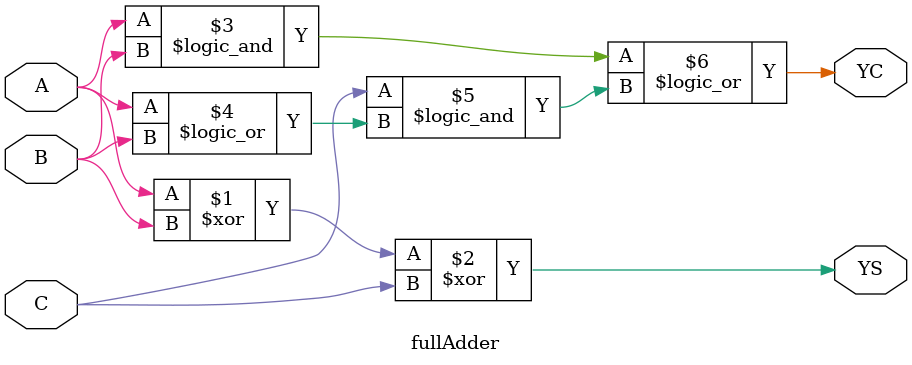
<source format=v>
module fullAdder(A, B, C, YS, YC);
	input A,B,C;
	output YS, YC;
	assign YS = A ^ B ^ C;
	assign YC = (A && B) || (C && (A || B));
endmodule
</source>
